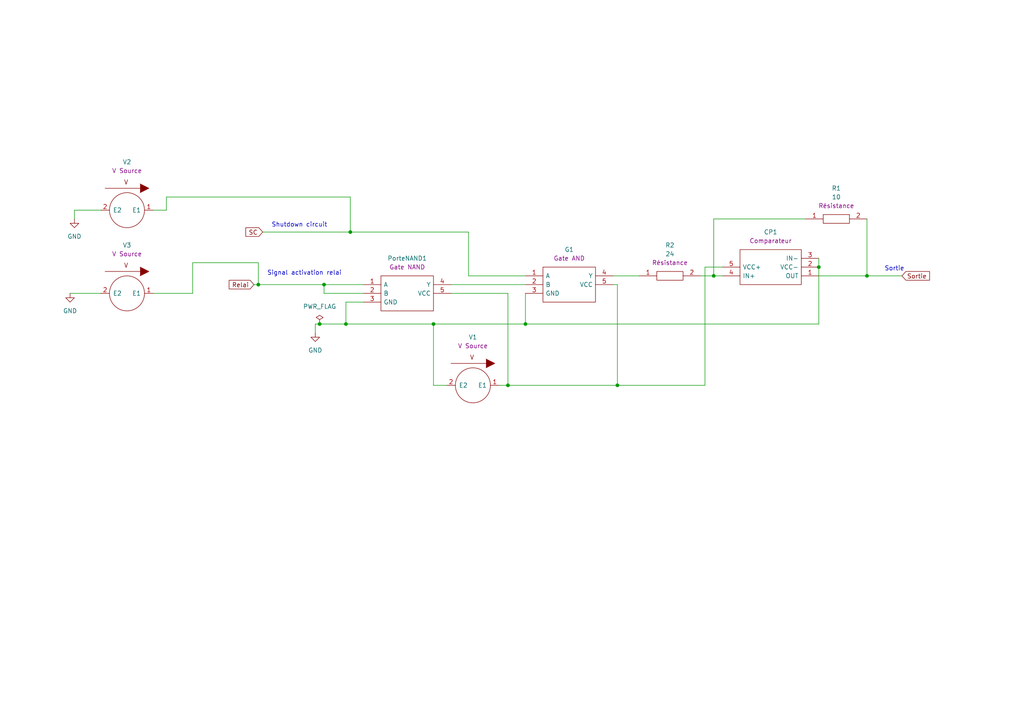
<source format=kicad_sch>
(kicad_sch (version 20230121) (generator eeschema)

  (uuid aef688cc-a50d-4496-8d50-e7a8695060e9)

  (paper "A4")

  (lib_symbols
    (symbol "EPSA_lib:Comparateur TS391ILT" (pin_names (offset 0.762)) (in_bom yes) (on_board yes)
      (property "Reference" "CP" (at 35.56 8.89 0)
        (effects (font (size 1.27 1.27)) (justify left))
      )
      (property "Value" "Comparateur TS391ILT" (at 35.56 6.35 0)
        (effects (font (size 1.27 1.27)) (justify left) hide)
      )
      (property "Footprint" "EPSA_lib:SOT95P280X145-5N" (at 35.56 3.81 0)
        (effects (font (size 1.27 1.27)) (justify left) hide)
      )
      (property "Datasheet" "http://www.st.com/st-web-ui/static/active/en/resource/technical/document/datasheet/CD00001660.pdf" (at 35.56 1.27 0)
        (effects (font (size 1.27 1.27)) (justify left) hide)
      )
      (property "Sim.Pins" "4=1 3=2 5=3 2=4 1=5" (at 53.34 11.43 0)
        (effects (font (size 1.27 1.27)) (justify left) hide)
      )
      (property "Sim.Device" "SPICE" (at 40.64 8.89 0)
        (effects (font (size 1.27 1.27)) (justify left) hide)
      )
      (property "Sim.Params" "type=\"X\" model=\"TS391\" lib=\"${EPSA}\\SpiceModel\\C_ts391.lib\"" (at 0 0 0)
        (effects (font (size 1.27 1.27)) hide)
      )
      (property "Description" "TS391ILT, Comparator Open Collector 0.3us 12 V, 15 V, 18 V, 24 V, 28 V, 3 V, 5 V, 9 V 5-Pin SOT-23" (at 35.56 -1.27 0)
        (effects (font (size 1.27 1.27)) (justify left) hide)
      )
      (property "Height" "1.45" (at 35.56 -3.81 0)
        (effects (font (size 1.27 1.27)) (justify left) hide)
      )
      (property "Manufacturer_Name" "STMicroelectronics" (at 35.56 -6.35 0)
        (effects (font (size 1.27 1.27)) (justify left) hide)
      )
      (property "Manufacturer_Part_Number" "TS391ILT" (at 35.56 -8.89 0)
        (effects (font (size 1.27 1.27)) (justify left) hide)
      )
      (property "Mouser Part Number" "511-TS391IL" (at 35.56 -11.43 0)
        (effects (font (size 1.27 1.27)) (justify left) hide)
      )
      (property "Mouser Price/Stock" "https://www.mouser.co.uk/ProductDetail/STMicroelectronics/TS391ILT?qs=P8h1tZw8GcB9GWR61XM17g%3D%3D" (at 35.56 -13.97 0)
        (effects (font (size 1.27 1.27)) (justify left) hide)
      )
      (property "Arrow Part Number" "TS391ILT" (at 35.56 -16.51 0)
        (effects (font (size 1.27 1.27)) (justify left) hide)
      )
      (property "Arrow Price/Stock" "https://www.arrow.com/en/products/ts391ilt/stmicroelectronics?region=europe" (at 35.56 -19.05 0)
        (effects (font (size 1.27 1.27)) (justify left) hide)
      )
      (property "Mouser Testing Part Number" "" (at 24.13 -22.86 0)
        (effects (font (size 1.27 1.27)) (justify left) hide)
      )
      (property "Mouser Testing Price/Stock" "" (at 24.13 -25.4 0)
        (effects (font (size 1.27 1.27)) (justify left) hide)
      )
      (property "Render Name" "Comparateur" (at 13.97 3.81 0)
        (effects (font (size 1.27 1.27)))
      )
      (property "ki_description" "TS391ILT, Comparator Open Collector 0.3us 12 V, 15 V, 18 V, 24 V, 28 V, 3 V, 5 V, 9 V 5-Pin SOT-23" (at 0 0 0)
        (effects (font (size 1.27 1.27)) hide)
      )
      (symbol "Comparateur TS391ILT_0_0"
        (pin passive line (at 0 0 0) (length 5.08)
          (name "OUT" (effects (font (size 1.27 1.27))))
          (number "1" (effects (font (size 1.27 1.27))))
        )
        (pin passive line (at 0 -2.54 0) (length 5.08)
          (name "VCC-" (effects (font (size 1.27 1.27))))
          (number "2" (effects (font (size 1.27 1.27))))
        )
        (pin passive line (at 0 -5.08 0) (length 5.08)
          (name "IN-" (effects (font (size 1.27 1.27))))
          (number "3" (effects (font (size 1.27 1.27))))
        )
        (pin passive line (at 27.94 0 180) (length 5.08)
          (name "IN+" (effects (font (size 1.27 1.27))))
          (number "4" (effects (font (size 1.27 1.27))))
        )
        (pin passive line (at 27.94 -2.54 180) (length 5.08)
          (name "VCC+" (effects (font (size 1.27 1.27))))
          (number "5" (effects (font (size 1.27 1.27))))
        )
      )
      (symbol "Comparateur TS391ILT_0_1"
        (polyline
          (pts
            (xy 5.08 2.54)
            (xy 22.86 2.54)
            (xy 22.86 -7.62)
            (xy 5.08 -7.62)
            (xy 5.08 2.54)
          )
          (stroke (width 0.1524) (type default))
          (fill (type none))
        )
      )
    )
    (symbol "EPSA_lib:Gate AND SN74AHCT1G08DBVR" (pin_names (offset 0.762)) (in_bom yes) (on_board yes)
      (property "Reference" "G" (at 34.29 8.89 0)
        (effects (font (size 1.27 1.27)) (justify left))
      )
      (property "Value" "Gate AND SN74AHCT1G08DBVR" (at 34.29 11.43 0)
        (effects (font (size 1.27 1.27)) (justify left) hide)
      )
      (property "Footprint" "EPSA_lib:SOT95P280X145-5N" (at 34.29 2.54 0)
        (effects (font (size 1.27 1.27)) (justify left) hide)
      )
      (property "Datasheet" "https://datasheet.datasheetarchive.com/originals/distributors/SFDatasheet-6/sf-000128638.pdf" (at 34.29 0 0)
        (effects (font (size 1.27 1.27)) (justify left) hide)
      )
      (property "Sim.Pins" "4=1 1=2 2=3 5=4 3=5" (at 44.45 8.89 0)
        (effects (font (size 1.27 1.27)) (justify left) hide)
      )
      (property "Sim.Device" "SPICE" (at 36.83 8.89 0)
        (effects (font (size 1.27 1.27)) (justify left) hide)
      )
      (property "Sim.Params" "type=\"X\" model=\"SN74AHC1G08\" lib=\"${EPSA}\\SpiceModel\\AND_SN74AHC1G08.lib\"" (at 0 0 0)
        (effects (font (size 1.27 1.27)) hide)
      )
      (property "Description" "SN74AHCT1G08DBVR, Logic Gate 2 Input AND, AHCT, 8mA 5V 5-Pin SOT-23" (at 34.29 -2.54 0)
        (effects (font (size 1.27 1.27)) (justify left) hide)
      )
      (property "Height" "1.45" (at 34.29 -5.08 0)
        (effects (font (size 1.27 1.27)) (justify left) hide)
      )
      (property "Manufacturer_Name" "Texas Instruments" (at 34.29 -7.62 0)
        (effects (font (size 1.27 1.27)) (justify left) hide)
      )
      (property "Manufacturer_Part_Number" "SN74AHCT1G08DBVR" (at 34.29 -10.16 0)
        (effects (font (size 1.27 1.27)) (justify left) hide)
      )
      (property "Mouser Part Number" "595-SN74AHCT1G08DBVR" (at 34.29 -12.7 0)
        (effects (font (size 1.27 1.27)) (justify left) hide)
      )
      (property "Mouser Price/Stock" "https://www.mouser.co.uk/ProductDetail/Texas-Instruments/SN74AHCT1G08DBVR?qs=8Pd2FuFSoMGY9AK%2Ftqwbcw%3D%3D" (at 34.29 -15.24 0)
        (effects (font (size 1.27 1.27)) (justify left) hide)
      )
      (property "Arrow Part Number" "SN74AHCT1G08DBVR" (at 34.29 -17.78 0)
        (effects (font (size 1.27 1.27)) (justify left) hide)
      )
      (property "Arrow Price/Stock" "https://www.arrow.com/en/products/sn74ahct1g08dbvr/texas-instruments?region=nac" (at 34.29 -20.32 0)
        (effects (font (size 1.27 1.27)) (justify left) hide)
      )
      (property "Mouser Testing Part Number" "" (at 21.59 -22.86 0)
        (effects (font (size 1.27 1.27)) (justify left) hide)
      )
      (property "Mouser Testing Price/Stock" "" (at 21.59 -25.4 0)
        (effects (font (size 1.27 1.27)) (justify left) hide)
      )
      (property "Render Name" "Gate AND" (at 12.7 3.81 0)
        (effects (font (size 1.27 1.27)))
      )
      (property "ki_description" "SN74AHCT1G08DBVR, Logic Gate 2 Input AND, AHCT, 8mA 5V 5-Pin SOT-23" (at 0 0 0)
        (effects (font (size 1.27 1.27)) hide)
      )
      (symbol "Gate AND SN74AHCT1G08DBVR_0_0"
        (pin passive line (at 0 0 0) (length 5.08)
          (name "A" (effects (font (size 1.27 1.27))))
          (number "1" (effects (font (size 1.27 1.27))))
        )
        (pin passive line (at 0 -2.54 0) (length 5.08)
          (name "B" (effects (font (size 1.27 1.27))))
          (number "2" (effects (font (size 1.27 1.27))))
        )
        (pin passive line (at 0 -5.08 0) (length 5.08)
          (name "GND" (effects (font (size 1.27 1.27))))
          (number "3" (effects (font (size 1.27 1.27))))
        )
        (pin passive line (at 25.4 0 180) (length 5.08)
          (name "Y" (effects (font (size 1.27 1.27))))
          (number "4" (effects (font (size 1.27 1.27))))
        )
        (pin passive line (at 25.4 -2.54 180) (length 5.08)
          (name "VCC" (effects (font (size 1.27 1.27))))
          (number "5" (effects (font (size 1.27 1.27))))
        )
      )
      (symbol "Gate AND SN74AHCT1G08DBVR_0_1"
        (polyline
          (pts
            (xy 5.08 2.54)
            (xy 20.32 2.54)
            (xy 20.32 -7.62)
            (xy 5.08 -7.62)
            (xy 5.08 2.54)
          )
          (stroke (width 0.1524) (type default))
          (fill (type none))
        )
      )
    )
    (symbol "EPSA_lib:Gate NAND SN74AHCT1G00DBVR" (pin_names (offset 0.762)) (in_bom yes) (on_board yes)
      (property "Reference" "G" (at 35.56 8.89 0)
        (effects (font (size 1.27 1.27)) (justify left))
      )
      (property "Value" "Gate NAND SN74AHCT1G00DBVR" (at 35.56 6.35 0)
        (effects (font (size 1.27 1.27)) (justify left) hide)
      )
      (property "Footprint" "EPSA_lib:SOT95P280X145-5N" (at 35.56 3.81 0)
        (effects (font (size 1.27 1.27)) (justify left) hide)
      )
      (property "Datasheet" "http://www.ti.com/lit/gpn/sn74ahct1g00" (at 35.56 1.27 0)
        (effects (font (size 1.27 1.27)) (justify left) hide)
      )
      (property "Sim.Pins" "4=1 1=2 2=3 5=4 3=5" (at 55.88 11.43 0)
        (effects (font (size 1.27 1.27)) (justify left) hide)
      )
      (property "Sim.Device" "SPICE" (at 39.37 8.89 0)
        (effects (font (size 1.27 1.27)) (justify left) hide)
      )
      (property "Sim.Params" "type=\"X\" model=\"SN74AHCT1G00\" lib=\"${EPSA}\\SpiceModel\\NAND_SN74AHCT1G00.lib\"" (at 0 0 0)
        (effects (font (size 1.27 1.27)) hide)
      )
      (property "Description" "Single 2-Input Positive-NAND Gate" (at 35.56 -1.27 0)
        (effects (font (size 1.27 1.27)) (justify left) hide)
      )
      (property "Height" "1.45" (at 35.56 -3.81 0)
        (effects (font (size 1.27 1.27)) (justify left) hide)
      )
      (property "Manufacturer_Name" "Texas Instruments" (at 35.56 -6.35 0)
        (effects (font (size 1.27 1.27)) (justify left) hide)
      )
      (property "Manufacturer_Part_Number" "SN74AHCT1G00DBVR" (at 35.56 -8.89 0)
        (effects (font (size 1.27 1.27)) (justify left) hide)
      )
      (property "Mouser Part Number" "595-SN74AHCT1G00DBVR" (at 35.56 -11.43 0)
        (effects (font (size 1.27 1.27)) (justify left) hide)
      )
      (property "Mouser Price/Stock" "https://www.mouser.co.uk/ProductDetail/Texas-Instruments/SN74AHCT1G00DBVR?qs=w32V8uFkMxnwwXcMH%2F61Dg%3D%3D" (at 35.56 -13.97 0)
        (effects (font (size 1.27 1.27)) (justify left) hide)
      )
      (property "Arrow Part Number" "SN74AHCT1G00DBVR" (at 35.56 -16.51 0)
        (effects (font (size 1.27 1.27)) (justify left) hide)
      )
      (property "Arrow Price/Stock" "https://www.arrow.com/en/products/sn74ahct1g00dbvr/texas-instruments" (at 35.56 -19.05 0)
        (effects (font (size 1.27 1.27)) (justify left) hide)
      )
      (property "Mouser Testing Part Number" "" (at 21.59 -22.86 0)
        (effects (font (size 1.27 1.27)) (justify left) hide)
      )
      (property "Mouser Testing Price/Stock" "" (at 21.59 -25.4 0)
        (effects (font (size 1.27 1.27)) (justify left) hide)
      )
      (property "Render Name" "Gate NAND" (at 12.7 3.81 0)
        (effects (font (size 1.27 1.27)))
      )
      (property "ki_description" "Single 2-Input Positive-NAND Gate" (at 0 0 0)
        (effects (font (size 1.27 1.27)) hide)
      )
      (symbol "Gate NAND SN74AHCT1G00DBVR_0_0"
        (pin passive line (at 0 0 0) (length 5.08)
          (name "A" (effects (font (size 1.27 1.27))))
          (number "1" (effects (font (size 1.27 1.27))))
        )
        (pin passive line (at 0 -2.54 0) (length 5.08)
          (name "B" (effects (font (size 1.27 1.27))))
          (number "2" (effects (font (size 1.27 1.27))))
        )
        (pin passive line (at 0 -5.08 0) (length 5.08)
          (name "GND" (effects (font (size 1.27 1.27))))
          (number "3" (effects (font (size 1.27 1.27))))
        )
        (pin passive line (at 25.4 0 180) (length 5.08)
          (name "Y" (effects (font (size 1.27 1.27))))
          (number "4" (effects (font (size 1.27 1.27))))
        )
        (pin passive line (at 25.4 -2.54 180) (length 5.08)
          (name "VCC" (effects (font (size 1.27 1.27))))
          (number "5" (effects (font (size 1.27 1.27))))
        )
      )
      (symbol "Gate NAND SN74AHCT1G00DBVR_0_1"
        (polyline
          (pts
            (xy 5.08 2.54)
            (xy 20.32 2.54)
            (xy 20.32 -7.62)
            (xy 5.08 -7.62)
            (xy 5.08 2.54)
          )
          (stroke (width 0.1524) (type default))
          (fill (type none))
        )
      )
    )
    (symbol "EPSA_lib:Résistance RK73H2BLTDD2152F" (pin_names (offset 0.762)) (in_bom yes) (on_board yes)
      (property "Reference" "R" (at 25.4 5.08 0)
        (effects (font (size 1.27 1.27)) (justify left))
      )
      (property "Value" "10" (at 7.62 0 0)
        (effects (font (size 1.27 1.27)) (justify left))
      )
      (property "Footprint" "EPSA_lib:RESC3216X70N" (at 25.4 0 0)
        (effects (font (size 1.27 1.27)) (justify left) hide)
      )
      (property "Datasheet" "http://www.koaspeer.com/catimages/Products/RK73H/RK73H.pdf" (at 25.4 -2.54 0)
        (effects (font (size 1.27 1.27)) (justify left) hide)
      )
      (property "Sim.Pins" "1=+ 2=-" (at 30.226 2.54 0)
        (effects (font (size 1.27 1.27)) hide)
      )
      (property "Sim.Device" "R" (at 25.4 5.08 0)
        (effects (font (size 1.27 1.27)) (justify left) hide)
      )
      (property "Description" "Thick Film Resistors - SMD" (at 25.4 -5.08 0)
        (effects (font (size 1.27 1.27)) (justify left) hide)
      )
      (property "Height" "0.7" (at 25.4 -7.62 0)
        (effects (font (size 1.27 1.27)) (justify left) hide)
      )
      (property "Manufacturer_Name" "KOA Speer" (at 25.4 -10.16 0)
        (effects (font (size 1.27 1.27)) (justify left) hide)
      )
      (property "Manufacturer_Part_Number" "RK73H2BLTDD2152F" (at 25.4 -12.7 0)
        (effects (font (size 1.27 1.27)) (justify left) hide)
      )
      (property "Mouser Part Number" "N/A" (at 25.4 -15.24 0)
        (effects (font (size 1.27 1.27)) (justify left) hide)
      )
      (property "Mouser Price/Stock" "https://www.mouser.co.uk/ProductDetail/KOA-Speer/RK73H2BLTDD2152F?qs=WeIALVmW3zmyxMFsjVzMRw%3D%3D" (at 25.4 -17.78 0)
        (effects (font (size 1.27 1.27)) (justify left) hide)
      )
      (property "Arrow Part Number" "" (at 13.97 -19.05 0)
        (effects (font (size 1.27 1.27)) (justify left) hide)
      )
      (property "Arrow Price/Stock" "" (at 13.97 -21.59 0)
        (effects (font (size 1.27 1.27)) (justify left) hide)
      )
      (property "Mouser Testing Part Number" "" (at 13.97 -24.13 0)
        (effects (font (size 1.27 1.27)) (justify left) hide)
      )
      (property "Mouser Testing Price/Stock" "" (at 13.97 -26.67 0)
        (effects (font (size 1.27 1.27)) (justify left) hide)
      )
      (property "Render Name" "Résistance" (at 8.89 2.54 0)
        (effects (font (size 1.27 1.27)))
      )
      (property "ki_description" "Thick Film Resistors - SMD" (at 0 0 0)
        (effects (font (size 1.27 1.27)) hide)
      )
      (symbol "Résistance RK73H2BLTDD2152F_0_0"
        (pin passive line (at 0 0 0) (length 5.08)
          (name "~" (effects (font (size 1.27 1.27))))
          (number "1" (effects (font (size 1.27 1.27))))
        )
        (pin passive line (at 17.78 0 180) (length 5.08)
          (name "~" (effects (font (size 1.27 1.27))))
          (number "2" (effects (font (size 1.27 1.27))))
        )
      )
      (symbol "Résistance RK73H2BLTDD2152F_0_1"
        (polyline
          (pts
            (xy 5.08 1.27)
            (xy 12.7 1.27)
            (xy 12.7 -1.27)
            (xy 5.08 -1.27)
            (xy 5.08 1.27)
          )
          (stroke (width 0.1524) (type default))
          (fill (type none))
        )
      )
    )
    (symbol "EPSA_lib:VSOURCE" (pin_names (offset 1.016)) (in_bom no) (on_board no)
      (property "Reference" "V" (at 8.89 12.7 0)
        (effects (font (size 1.27 1.27)))
      )
      (property "Value" "5" (at 11.43 7.62 0)
        (effects (font (size 1.27 1.27)) hide)
      )
      (property "Footprint" "" (at -1.27 0 90)
        (effects (font (size 1.27 1.27)) hide)
      )
      (property "Datasheet" "~" (at -1.27 0 90)
        (effects (font (size 1.27 1.27)) hide)
      )
      (property "Sim.Pins" "1=+ 2=-" (at 0 0 0)
        (effects (font (size 1.27 1.27)) hide)
      )
      (property "Sim.Type" "DC" (at 0 0 0)
        (effects (font (size 1.27 1.27)) hide)
      )
      (property "Sim.Device" "V" (at 8.89 12.7 0)
        (effects (font (size 1.27 1.27)) hide)
      )
      (property "Render Name" "V Source" (at -1.27 10.16 0)
        (effects (font (size 1.27 1.27)))
      )
      (property "ki_keywords" "simulation" (at 0 0 0)
        (effects (font (size 1.27 1.27)) hide)
      )
      (property "ki_description" "Voltage source symbol for simulation only" (at 0 0 0)
        (effects (font (size 1.27 1.27)) hide)
      )
      (symbol "VSOURCE_0_1"
        (circle (center -1.27 0) (radius 5.08)
          (stroke (width 0) (type default))
          (fill (type none))
        )
        (polyline
          (pts
            (xy -7.62 6.35)
            (xy 2.54 6.35)
          )
          (stroke (width 0) (type default))
          (fill (type outline))
        )
        (polyline
          (pts
            (xy 2.54 7.62)
            (xy 5.08 6.35)
            (xy 2.54 5.08)
          )
          (stroke (width 0) (type default))
          (fill (type outline))
        )
        (text "V" (at -1.524 8.128 0)
          (effects (font (size 1.27 1.27)))
        )
      )
      (symbol "VSOURCE_1_1"
        (pin input line (at 6.35 0 180) (length 2.54)
          (name "E1" (effects (font (size 1.27 1.27))))
          (number "1" (effects (font (size 1.27 1.27))))
        )
        (pin input line (at -8.89 0 0) (length 2.54)
          (name "E2" (effects (font (size 1.27 1.27))))
          (number "2" (effects (font (size 1.27 1.27))))
        )
      )
    )
    (symbol "power:GND" (power) (pin_names (offset 0)) (in_bom yes) (on_board yes)
      (property "Reference" "#PWR" (at 0 -6.35 0)
        (effects (font (size 1.27 1.27)) hide)
      )
      (property "Value" "GND" (at 0 -3.81 0)
        (effects (font (size 1.27 1.27)))
      )
      (property "Footprint" "" (at 0 0 0)
        (effects (font (size 1.27 1.27)) hide)
      )
      (property "Datasheet" "" (at 0 0 0)
        (effects (font (size 1.27 1.27)) hide)
      )
      (property "ki_keywords" "global power" (at 0 0 0)
        (effects (font (size 1.27 1.27)) hide)
      )
      (property "ki_description" "Power symbol creates a global label with name \"GND\" , ground" (at 0 0 0)
        (effects (font (size 1.27 1.27)) hide)
      )
      (symbol "GND_0_1"
        (polyline
          (pts
            (xy 0 0)
            (xy 0 -1.27)
            (xy 1.27 -1.27)
            (xy 0 -2.54)
            (xy -1.27 -1.27)
            (xy 0 -1.27)
          )
          (stroke (width 0) (type default))
          (fill (type none))
        )
      )
      (symbol "GND_1_1"
        (pin power_in line (at 0 0 270) (length 0) hide
          (name "GND" (effects (font (size 1.27 1.27))))
          (number "1" (effects (font (size 1.27 1.27))))
        )
      )
    )
    (symbol "power:PWR_FLAG" (power) (pin_numbers hide) (pin_names (offset 0) hide) (in_bom yes) (on_board yes)
      (property "Reference" "#FLG" (at 0 1.905 0)
        (effects (font (size 1.27 1.27)) hide)
      )
      (property "Value" "PWR_FLAG" (at 0 3.81 0)
        (effects (font (size 1.27 1.27)))
      )
      (property "Footprint" "" (at 0 0 0)
        (effects (font (size 1.27 1.27)) hide)
      )
      (property "Datasheet" "~" (at 0 0 0)
        (effects (font (size 1.27 1.27)) hide)
      )
      (property "ki_keywords" "flag power" (at 0 0 0)
        (effects (font (size 1.27 1.27)) hide)
      )
      (property "ki_description" "Special symbol for telling ERC where power comes from" (at 0 0 0)
        (effects (font (size 1.27 1.27)) hide)
      )
      (symbol "PWR_FLAG_0_0"
        (pin power_out line (at 0 0 90) (length 0)
          (name "pwr" (effects (font (size 1.27 1.27))))
          (number "1" (effects (font (size 1.27 1.27))))
        )
      )
      (symbol "PWR_FLAG_0_1"
        (polyline
          (pts
            (xy 0 0)
            (xy 0 1.27)
            (xy -1.016 1.905)
            (xy 0 2.54)
            (xy 1.016 1.905)
            (xy 0 1.27)
          )
          (stroke (width 0) (type default))
          (fill (type none))
        )
      )
    )
  )

  (junction (at 125.73 93.98) (diameter 0) (color 0 0 0 0)
    (uuid 009036df-dae1-4cac-bdab-b2ad26f8fd49)
  )
  (junction (at 237.49 77.47) (diameter 0) (color 0 0 0 0)
    (uuid 3ea48716-5a8c-44fe-a073-653d77fae042)
  )
  (junction (at 251.46 80.01) (diameter 0) (color 0 0 0 0)
    (uuid 70e8f25b-a718-41cc-b0be-df48f3e43dec)
  )
  (junction (at 179.07 111.76) (diameter 0) (color 0 0 0 0)
    (uuid 84324606-5cbf-4587-8e25-d1083e5a9375)
  )
  (junction (at 93.98 82.55) (diameter 0) (color 0 0 0 0)
    (uuid 9f037e49-3e0b-4b92-b6a4-49ebb07e65be)
  )
  (junction (at 74.93 82.55) (diameter 0) (color 0 0 0 0)
    (uuid a510d600-3327-434d-b278-0b2cb5807a04)
  )
  (junction (at 147.32 111.76) (diameter 0) (color 0 0 0 0)
    (uuid a8db350f-30a1-4f86-853f-8dbbe538da6e)
  )
  (junction (at 92.71 93.98) (diameter 0) (color 0 0 0 0)
    (uuid abf9982f-3bda-42e7-b9ee-310b2fa78763)
  )
  (junction (at 101.6 67.31) (diameter 0) (color 0 0 0 0)
    (uuid b289a7a8-137e-4ef7-90e6-31928a7b1f7a)
  )
  (junction (at 207.01 80.01) (diameter 0) (color 0 0 0 0)
    (uuid b6f42aeb-61b4-4728-8d0c-5f94883a3489)
  )
  (junction (at 100.33 93.98) (diameter 0) (color 0 0 0 0)
    (uuid b989ed52-1359-4110-9020-d8f1f6c47453)
  )
  (junction (at 152.4 93.98) (diameter 0) (color 0 0 0 0)
    (uuid c13ba56e-ad8d-4a7c-bce8-652738b2fc08)
  )

  (wire (pts (xy 101.6 67.31) (xy 135.89 67.31))
    (stroke (width 0) (type default))
    (uuid 00471f12-3c6c-45ff-97e5-b0699d34c32a)
  )
  (wire (pts (xy 207.01 63.5) (xy 233.68 63.5))
    (stroke (width 0) (type default))
    (uuid 02fc22fa-2516-4d97-94e9-c80343e93688)
  )
  (wire (pts (xy 130.81 82.55) (xy 152.4 82.55))
    (stroke (width 0) (type default))
    (uuid 10274aa7-229d-4ab0-a153-84e387be1d2d)
  )
  (wire (pts (xy 101.6 57.15) (xy 101.6 67.31))
    (stroke (width 0) (type default))
    (uuid 105a5351-023d-4576-81cc-65d65dc20421)
  )
  (wire (pts (xy 204.47 77.47) (xy 204.47 111.76))
    (stroke (width 0) (type default))
    (uuid 1c38961a-8c87-4a97-98a4-e50c6db11b20)
  )
  (wire (pts (xy 207.01 80.01) (xy 207.01 63.5))
    (stroke (width 0) (type default))
    (uuid 1c3f98a5-e2c3-4186-b4b6-d6469cb789f7)
  )
  (wire (pts (xy 73.66 82.55) (xy 74.93 82.55))
    (stroke (width 0) (type default))
    (uuid 1d3f82a5-4ec1-418c-8ffe-51768366871e)
  )
  (wire (pts (xy 177.8 80.01) (xy 185.42 80.01))
    (stroke (width 0) (type default))
    (uuid 226d70d9-eaa7-45b5-9f60-318e538600fd)
  )
  (wire (pts (xy 237.49 77.47) (xy 237.49 93.98))
    (stroke (width 0) (type default))
    (uuid 23663891-adc2-46ab-b6f9-1025d99c36bc)
  )
  (wire (pts (xy 147.32 111.76) (xy 179.07 111.76))
    (stroke (width 0) (type default))
    (uuid 29be02ec-04f6-4c30-8890-867b8c80fb34)
  )
  (wire (pts (xy 44.45 60.96) (xy 48.26 60.96))
    (stroke (width 0) (type default))
    (uuid 30743cdf-63f7-4d70-b80c-ce64b9845a9b)
  )
  (wire (pts (xy 209.55 77.47) (xy 204.47 77.47))
    (stroke (width 0) (type default))
    (uuid 31391a95-d0ea-403e-a09d-e742b286bb28)
  )
  (wire (pts (xy 125.73 93.98) (xy 152.4 93.98))
    (stroke (width 0) (type default))
    (uuid 34e87767-28fa-4315-85e9-52cd2f833c53)
  )
  (wire (pts (xy 130.81 85.09) (xy 147.32 85.09))
    (stroke (width 0) (type default))
    (uuid 36723e00-6dea-4f04-b3d7-a8d566088c7d)
  )
  (wire (pts (xy 237.49 80.01) (xy 251.46 80.01))
    (stroke (width 0) (type default))
    (uuid 445620ee-f17e-4e04-8e78-81eb84ae0232)
  )
  (wire (pts (xy 55.88 76.2) (xy 55.88 85.09))
    (stroke (width 0) (type default))
    (uuid 488114c9-8f95-4dfa-a4c3-046bf96af64f)
  )
  (wire (pts (xy 92.71 93.98) (xy 100.33 93.98))
    (stroke (width 0) (type default))
    (uuid 50f84f3a-af72-41f0-8af1-3ce0c2f583bc)
  )
  (wire (pts (xy 125.73 111.76) (xy 129.54 111.76))
    (stroke (width 0) (type default))
    (uuid 5cb4ae06-6db5-406b-b1b9-12a8283faece)
  )
  (wire (pts (xy 55.88 76.2) (xy 74.93 76.2))
    (stroke (width 0) (type default))
    (uuid 61d5b859-10f2-455f-8266-b08a1afcfe9c)
  )
  (wire (pts (xy 204.47 111.76) (xy 179.07 111.76))
    (stroke (width 0) (type default))
    (uuid 71c93bb5-86cd-44bf-a91e-b5f05eda959c)
  )
  (wire (pts (xy 179.07 111.76) (xy 179.07 82.55))
    (stroke (width 0) (type default))
    (uuid 72aadebe-c1a9-4a06-be99-e4e92dc286db)
  )
  (wire (pts (xy 135.89 80.01) (xy 152.4 80.01))
    (stroke (width 0) (type default))
    (uuid 749e911a-68c5-43f5-8dc4-dc8dc0d90f03)
  )
  (wire (pts (xy 76.2 67.31) (xy 101.6 67.31))
    (stroke (width 0) (type default))
    (uuid 759b26f5-32c0-403f-8f87-d0ddff505f8f)
  )
  (wire (pts (xy 100.33 87.63) (xy 105.41 87.63))
    (stroke (width 0) (type default))
    (uuid 77b1acad-6bd0-4527-99a4-286cef9d3a9c)
  )
  (wire (pts (xy 93.98 82.55) (xy 93.98 85.09))
    (stroke (width 0) (type default))
    (uuid 7905a349-02bc-478c-9cbe-8f630587608d)
  )
  (wire (pts (xy 44.45 85.09) (xy 55.88 85.09))
    (stroke (width 0) (type default))
    (uuid 7e7c4574-b124-4b99-a88a-0aecbe1fc9c0)
  )
  (wire (pts (xy 152.4 93.98) (xy 237.49 93.98))
    (stroke (width 0) (type default))
    (uuid 82239ea3-41ed-4867-b2f8-980fd2c9dea3)
  )
  (wire (pts (xy 74.93 76.2) (xy 74.93 82.55))
    (stroke (width 0) (type default))
    (uuid 82851c8e-2eb2-4230-a9f7-b102cc789431)
  )
  (wire (pts (xy 93.98 85.09) (xy 105.41 85.09))
    (stroke (width 0) (type default))
    (uuid 884c8873-56fb-43a9-9305-3cbf452df645)
  )
  (wire (pts (xy 100.33 93.98) (xy 125.73 93.98))
    (stroke (width 0) (type default))
    (uuid 8f8c06dd-670f-4942-bfd0-d36ed226f837)
  )
  (wire (pts (xy 20.32 85.09) (xy 29.21 85.09))
    (stroke (width 0) (type default))
    (uuid 925c44b4-0e0e-4f5c-a81b-bdb4fe826809)
  )
  (wire (pts (xy 21.59 60.96) (xy 21.59 63.5))
    (stroke (width 0) (type default))
    (uuid 98d54422-b468-4910-9a23-a92ea202041b)
  )
  (wire (pts (xy 207.01 80.01) (xy 209.55 80.01))
    (stroke (width 0) (type default))
    (uuid a891c71f-ed26-45ad-8ab8-48dda5f80a86)
  )
  (wire (pts (xy 179.07 82.55) (xy 177.8 82.55))
    (stroke (width 0) (type default))
    (uuid a97d278a-198b-48df-baaf-1df00b69f22e)
  )
  (wire (pts (xy 251.46 80.01) (xy 261.62 80.01))
    (stroke (width 0) (type default))
    (uuid abc4c091-ede8-40ec-9cc9-31c42793f5da)
  )
  (wire (pts (xy 125.73 93.98) (xy 125.73 111.76))
    (stroke (width 0) (type default))
    (uuid bbb070a7-c5af-46dc-9ffb-2d5fe0e7dd1c)
  )
  (wire (pts (xy 135.89 67.31) (xy 135.89 80.01))
    (stroke (width 0) (type default))
    (uuid c3e430c7-f803-488d-bb5c-db85ea740c67)
  )
  (wire (pts (xy 29.21 60.96) (xy 21.59 60.96))
    (stroke (width 0) (type default))
    (uuid c8a4a511-6039-4747-b805-fd680e07956d)
  )
  (wire (pts (xy 147.32 85.09) (xy 147.32 111.76))
    (stroke (width 0) (type default))
    (uuid c9ee2118-9d83-4a03-81df-3b62b30a6b87)
  )
  (wire (pts (xy 93.98 82.55) (xy 105.41 82.55))
    (stroke (width 0) (type default))
    (uuid ca6f75f7-735f-4f24-bbdc-1dfc24778bce)
  )
  (wire (pts (xy 203.2 80.01) (xy 207.01 80.01))
    (stroke (width 0) (type default))
    (uuid d0ce6fe5-8d0e-4672-bae8-1a56b127ca12)
  )
  (wire (pts (xy 48.26 57.15) (xy 101.6 57.15))
    (stroke (width 0) (type default))
    (uuid d2cd5344-7862-4ec1-8d18-7c9ddcb1f2ce)
  )
  (wire (pts (xy 74.93 82.55) (xy 93.98 82.55))
    (stroke (width 0) (type default))
    (uuid d325add5-cb53-49f8-9be1-5152bf4843c9)
  )
  (wire (pts (xy 91.44 93.98) (xy 92.71 93.98))
    (stroke (width 0) (type default))
    (uuid e8c70ab3-7b5b-4543-b0fa-502fc606dff2)
  )
  (wire (pts (xy 251.46 63.5) (xy 251.46 80.01))
    (stroke (width 0) (type default))
    (uuid ea7aa81d-af65-416d-ace4-26ec6e0e6b9e)
  )
  (wire (pts (xy 48.26 60.96) (xy 48.26 57.15))
    (stroke (width 0) (type default))
    (uuid ec858680-7660-46d0-b2ee-d28d14120a83)
  )
  (wire (pts (xy 237.49 74.93) (xy 237.49 77.47))
    (stroke (width 0) (type default))
    (uuid ed4638d9-9cf3-44a7-b73e-d904d2458e38)
  )
  (wire (pts (xy 144.78 111.76) (xy 147.32 111.76))
    (stroke (width 0) (type default))
    (uuid ee54239e-7e85-4709-9f91-4c12ffaa572f)
  )
  (wire (pts (xy 100.33 87.63) (xy 100.33 93.98))
    (stroke (width 0) (type default))
    (uuid ee724b0e-f275-4d4d-b93e-271f2000e2e7)
  )
  (wire (pts (xy 91.44 93.98) (xy 91.44 96.52))
    (stroke (width 0) (type default))
    (uuid f633e93b-da5a-4f0f-8530-7aa672d3a740)
  )
  (wire (pts (xy 152.4 85.09) (xy 152.4 93.98))
    (stroke (width 0) (type default))
    (uuid ff0e0845-eb66-4713-b419-5fbcaec33146)
  )

  (text "Signal activation relai\n" (at 77.47 80.01 0)
    (effects (font (size 1.27 1.27)) (justify left bottom))
    (uuid 53cb3a97-2df8-42e6-9fbd-4d3bcf1166b2)
  )
  (text "Shutdown circuit\n" (at 78.74 66.04 0)
    (effects (font (size 1.27 1.27)) (justify left bottom))
    (uuid 7e198733-ade1-42e1-8ac7-6d796a97dacc)
  )
  (text "Sortie\n" (at 256.54 78.74 0)
    (effects (font (size 1.27 1.27)) (justify left bottom))
    (uuid f5489579-e6de-48c9-9091-659bc60fa23a)
  )

  (global_label "Sortie" (shape input) (at 261.62 80.01 0) (fields_autoplaced)
    (effects (font (size 1.27 1.27)) (justify left))
    (uuid 0e73f4bc-e465-4160-b706-f82ce95e5fb9)
    (property "Intersheetrefs" "${INTERSHEET_REFS}" (at 270.169 80.01 0)
      (effects (font (size 1.27 1.27)) (justify left) hide)
    )
  )
  (global_label "SC" (shape input) (at 76.2 67.31 180) (fields_autoplaced)
    (effects (font (size 1.27 1.27)) (justify right))
    (uuid 4a12c36b-7ed6-48a8-90d0-c2a62d2f75e6)
    (property "Intersheetrefs" "${INTERSHEET_REFS}" (at 70.7353 67.31 0)
      (effects (font (size 1.27 1.27)) (justify right) hide)
    )
  )
  (global_label "Relai" (shape input) (at 73.66 82.55 180) (fields_autoplaced)
    (effects (font (size 1.27 1.27)) (justify right))
    (uuid a87db132-99f4-42b0-90bc-134038d1065a)
    (property "Intersheetrefs" "${INTERSHEET_REFS}" (at 65.8972 82.55 0)
      (effects (font (size 1.27 1.27)) (justify right) hide)
    )
  )

  (symbol (lib_id "power:GND") (at 20.32 85.09 0) (unit 1)
    (in_bom yes) (on_board yes) (dnp no) (fields_autoplaced)
    (uuid 115aa2e5-ef1b-44fe-af09-83fd11f161ed)
    (property "Reference" "#PWR04" (at 20.32 91.44 0)
      (effects (font (size 1.27 1.27)) hide)
    )
    (property "Value" "GND" (at 20.32 90.17 0)
      (effects (font (size 1.27 1.27)))
    )
    (property "Footprint" "" (at 20.32 85.09 0)
      (effects (font (size 1.27 1.27)) hide)
    )
    (property "Datasheet" "" (at 20.32 85.09 0)
      (effects (font (size 1.27 1.27)) hide)
    )
    (pin "1" (uuid 9e8540c7-6a74-459c-832b-2aed0f3d8d7a))
    (instances
      (project "Carte controle du relai de décharge"
        (path "/aef688cc-a50d-4496-8d50-e7a8695060e9"
          (reference "#PWR04") (unit 1)
        )
      )
    )
  )

  (symbol (lib_id "EPSA_lib:Comparateur TS391ILT") (at 237.49 80.01 180) (unit 1)
    (in_bom yes) (on_board yes) (dnp no) (fields_autoplaced)
    (uuid 1c5a7bc0-00a4-49e9-9c68-3c2874b52d54)
    (property "Reference" "CP1" (at 223.52 67.31 0)
      (effects (font (size 1.27 1.27)))
    )
    (property "Value" "Comparateur TS391ILT" (at 201.93 86.36 0)
      (effects (font (size 1.27 1.27)) (justify left) hide)
    )
    (property "Footprint" "EPSA_lib:SOT95P280X145-5N" (at 201.93 83.82 0)
      (effects (font (size 1.27 1.27)) (justify left) hide)
    )
    (property "Datasheet" "http://www.st.com/st-web-ui/static/active/en/resource/technical/document/datasheet/CD00001660.pdf" (at 201.93 81.28 0)
      (effects (font (size 1.27 1.27)) (justify left) hide)
    )
    (property "Sim.Pins" "4=1 3=2 5=3 2=4 1=5" (at 184.15 91.44 0)
      (effects (font (size 1.27 1.27)) (justify left) hide)
    )
    (property "Sim.Device" "SPICE" (at 196.85 88.9 0)
      (effects (font (size 1.27 1.27)) (justify left) hide)
    )
    (property "Sim.Params" "type=\"X\" model=\"TS391\" lib=\"${EPSA_lib}\\SpiceModel\\C_ts391.lib\"" (at 237.49 80.01 0)
      (effects (font (size 1.27 1.27)) hide)
    )
    (property "Description" "TS391ILT, Comparator Open Collector 0.3us 12 V, 15 V, 18 V, 24 V, 28 V, 3 V, 5 V, 9 V 5-Pin SOT-23" (at 201.93 78.74 0)
      (effects (font (size 1.27 1.27)) (justify left) hide)
    )
    (property "Height" "1.45" (at 201.93 76.2 0)
      (effects (font (size 1.27 1.27)) (justify left) hide)
    )
    (property "Manufacturer_Name" "STMicroelectronics" (at 201.93 73.66 0)
      (effects (font (size 1.27 1.27)) (justify left) hide)
    )
    (property "Manufacturer_Part_Number" "TS391ILT" (at 201.93 71.12 0)
      (effects (font (size 1.27 1.27)) (justify left) hide)
    )
    (property "Mouser Part Number" "511-TS391IL" (at 201.93 68.58 0)
      (effects (font (size 1.27 1.27)) (justify left) hide)
    )
    (property "Mouser Price/Stock" "https://www.mouser.co.uk/ProductDetail/STMicroelectronics/TS391ILT?qs=P8h1tZw8GcB9GWR61XM17g%3D%3D" (at 201.93 66.04 0)
      (effects (font (size 1.27 1.27)) (justify left) hide)
    )
    (property "Arrow Part Number" "TS391ILT" (at 201.93 63.5 0)
      (effects (font (size 1.27 1.27)) (justify left) hide)
    )
    (property "Arrow Price/Stock" "https://www.arrow.com/en/products/ts391ilt/stmicroelectronics?region=europe" (at 201.93 60.96 0)
      (effects (font (size 1.27 1.27)) (justify left) hide)
    )
    (property "Mouser Testing Part Number" "" (at 213.36 57.15 0)
      (effects (font (size 1.27 1.27)) (justify left) hide)
    )
    (property "Mouser Testing Price/Stock" "" (at 213.36 54.61 0)
      (effects (font (size 1.27 1.27)) (justify left) hide)
    )
    (property "Render Name" "Comparateur" (at 223.52 69.85 0)
      (effects (font (size 1.27 1.27)))
    )
    (pin "1" (uuid 16c61f5d-e93b-43e1-a29b-6705bd336fb4))
    (pin "2" (uuid a4aea98e-1b0b-4b68-8a88-47ad7b9b72d2))
    (pin "3" (uuid cecd015f-8c61-441e-927a-9d8af95affba))
    (pin "4" (uuid ef5d7bd5-e384-4ac6-b808-09e465fd0ff9))
    (pin "5" (uuid ef2d5490-297b-4695-b982-5529f155a4e1))
    (instances
      (project "Carte controle du relai de décharge"
        (path "/aef688cc-a50d-4496-8d50-e7a8695060e9"
          (reference "CP1") (unit 1)
        )
      )
    )
  )

  (symbol (lib_id "EPSA_lib:Résistance RK73H2BLTDD2152F") (at 233.68 63.5 0) (unit 1)
    (in_bom yes) (on_board yes) (dnp no) (fields_autoplaced)
    (uuid 2b61a6c8-7bb3-41ca-bb01-f7c002612c28)
    (property "Reference" "R1" (at 242.57 54.61 0)
      (effects (font (size 1.27 1.27)))
    )
    (property "Value" "10" (at 242.57 57.15 0)
      (effects (font (size 1.27 1.27)))
    )
    (property "Footprint" "EPSA_lib:RESC3216X70N" (at 259.08 63.5 0)
      (effects (font (size 1.27 1.27)) (justify left) hide)
    )
    (property "Datasheet" "http://www.koaspeer.com/catimages/Products/RK73H/RK73H.pdf" (at 259.08 66.04 0)
      (effects (font (size 1.27 1.27)) (justify left) hide)
    )
    (property "Sim.Pins" "1=+ 2=-" (at 263.906 60.96 0)
      (effects (font (size 1.27 1.27)) hide)
    )
    (property "Sim.Device" "R" (at 259.08 58.42 0)
      (effects (font (size 1.27 1.27)) (justify left) hide)
    )
    (property "Description" "Thick Film Resistors - SMD" (at 259.08 68.58 0)
      (effects (font (size 1.27 1.27)) (justify left) hide)
    )
    (property "Height" "0.7" (at 259.08 71.12 0)
      (effects (font (size 1.27 1.27)) (justify left) hide)
    )
    (property "Manufacturer_Name" "KOA Speer" (at 259.08 73.66 0)
      (effects (font (size 1.27 1.27)) (justify left) hide)
    )
    (property "Manufacturer_Part_Number" "RK73H2BLTDD2152F" (at 259.08 76.2 0)
      (effects (font (size 1.27 1.27)) (justify left) hide)
    )
    (property "Mouser Part Number" "N/A" (at 259.08 78.74 0)
      (effects (font (size 1.27 1.27)) (justify left) hide)
    )
    (property "Mouser Price/Stock" "https://www.mouser.co.uk/ProductDetail/KOA-Speer/RK73H2BLTDD2152F?qs=WeIALVmW3zmyxMFsjVzMRw%3D%3D" (at 259.08 81.28 0)
      (effects (font (size 1.27 1.27)) (justify left) hide)
    )
    (property "Arrow Part Number" "" (at 247.65 82.55 0)
      (effects (font (size 1.27 1.27)) (justify left) hide)
    )
    (property "Arrow Price/Stock" "" (at 247.65 85.09 0)
      (effects (font (size 1.27 1.27)) (justify left) hide)
    )
    (property "Mouser Testing Part Number" "" (at 247.65 87.63 0)
      (effects (font (size 1.27 1.27)) (justify left) hide)
    )
    (property "Mouser Testing Price/Stock" "" (at 247.65 90.17 0)
      (effects (font (size 1.27 1.27)) (justify left) hide)
    )
    (property "Render Name" "Résistance" (at 242.57 59.69 0)
      (effects (font (size 1.27 1.27)))
    )
    (pin "1" (uuid 03d2018a-bda4-40af-8b32-b1ea80ff244f))
    (pin "2" (uuid 33eeb7ce-114c-41eb-8380-4f5d8c521fc2))
    (instances
      (project "Carte controle du relai de décharge"
        (path "/aef688cc-a50d-4496-8d50-e7a8695060e9"
          (reference "R1") (unit 1)
        )
      )
    )
  )

  (symbol (lib_id "EPSA_lib:Gate AND SN74AHCT1G08DBVR") (at 152.4 80.01 0) (unit 1)
    (in_bom yes) (on_board yes) (dnp no) (fields_autoplaced)
    (uuid 330ce99e-c0df-4b23-a37a-0bba664760df)
    (property "Reference" "G1" (at 165.1 72.39 0)
      (effects (font (size 1.27 1.27)))
    )
    (property "Value" "Gate AND SN74AHCT1G08DBVR" (at 186.69 68.58 0)
      (effects (font (size 1.27 1.27)) (justify left) hide)
    )
    (property "Footprint" "EPSA_lib:SOT95P280X145-5N" (at 186.69 77.47 0)
      (effects (font (size 1.27 1.27)) (justify left) hide)
    )
    (property "Datasheet" "https://datasheet.datasheetarchive.com/originals/distributors/SFDatasheet-6/sf-000128638.pdf" (at 186.69 80.01 0)
      (effects (font (size 1.27 1.27)) (justify left) hide)
    )
    (property "Sim.Pins" "4=1 1=2 2=3 5=4 3=5" (at 196.85 71.12 0)
      (effects (font (size 1.27 1.27)) (justify left) hide)
    )
    (property "Sim.Device" "SPICE" (at 189.23 71.12 0)
      (effects (font (size 1.27 1.27)) (justify left) hide)
    )
    (property "Sim.Params" "type=\"X\" model=\"SN74AHC1G08\" lib=\"${EPSA_lib}\\SpiceModel\\AND_SN74AHC1G08.lib\"" (at 152.4 80.01 0)
      (effects (font (size 1.27 1.27)) hide)
    )
    (property "Description" "SN74AHCT1G08DBVR, Logic Gate 2 Input AND, AHCT, 8mA 5V 5-Pin SOT-23" (at 186.69 82.55 0)
      (effects (font (size 1.27 1.27)) (justify left) hide)
    )
    (property "Height" "1.45" (at 186.69 85.09 0)
      (effects (font (size 1.27 1.27)) (justify left) hide)
    )
    (property "Manufacturer_Name" "Texas Instruments" (at 186.69 87.63 0)
      (effects (font (size 1.27 1.27)) (justify left) hide)
    )
    (property "Manufacturer_Part_Number" "SN74AHCT1G08DBVR" (at 186.69 90.17 0)
      (effects (font (size 1.27 1.27)) (justify left) hide)
    )
    (property "Mouser Part Number" "595-SN74AHCT1G08DBVR" (at 186.69 92.71 0)
      (effects (font (size 1.27 1.27)) (justify left) hide)
    )
    (property "Mouser Price/Stock" "https://www.mouser.co.uk/ProductDetail/Texas-Instruments/SN74AHCT1G08DBVR?qs=8Pd2FuFSoMGY9AK%2Ftqwbcw%3D%3D" (at 186.69 95.25 0)
      (effects (font (size 1.27 1.27)) (justify left) hide)
    )
    (property "Arrow Part Number" "SN74AHCT1G08DBVR" (at 186.69 97.79 0)
      (effects (font (size 1.27 1.27)) (justify left) hide)
    )
    (property "Arrow Price/Stock" "https://www.arrow.com/en/products/sn74ahct1g08dbvr/texas-instruments?region=nac" (at 186.69 100.33 0)
      (effects (font (size 1.27 1.27)) (justify left) hide)
    )
    (property "Mouser Testing Part Number" "" (at 173.99 102.87 0)
      (effects (font (size 1.27 1.27)) (justify left) hide)
    )
    (property "Mouser Testing Price/Stock" "" (at 173.99 105.41 0)
      (effects (font (size 1.27 1.27)) (justify left) hide)
    )
    (property "Render Name" "Gate AND" (at 165.1 74.93 0)
      (effects (font (size 1.27 1.27)))
    )
    (pin "1" (uuid 7619f270-3e48-400e-a427-5b3e577c5fc4))
    (pin "2" (uuid c0316652-b668-4147-aad0-4a2b68558c16))
    (pin "3" (uuid b979e0d5-63e4-4386-8976-266bf6d7ae87))
    (pin "4" (uuid 76329515-ff77-49c3-a356-94911a1a3c21))
    (pin "5" (uuid a4a81e0e-c1e7-449e-afc6-9ffed69de2fe))
    (instances
      (project "Carte controle du relai de décharge"
        (path "/aef688cc-a50d-4496-8d50-e7a8695060e9"
          (reference "G1") (unit 1)
        )
      )
    )
  )

  (symbol (lib_id "EPSA_lib:VSOURCE") (at 138.43 111.76 0) (unit 1)
    (in_bom no) (on_board no) (dnp no) (fields_autoplaced)
    (uuid 360c95fb-b782-4afa-9218-a591a3bad8fd)
    (property "Reference" "V1" (at 137.16 97.79 0)
      (effects (font (size 1.27 1.27)))
    )
    (property "Value" "5" (at 149.86 104.14 0)
      (effects (font (size 1.27 1.27)) hide)
    )
    (property "Footprint" "" (at 137.16 111.76 90)
      (effects (font (size 1.27 1.27)) hide)
    )
    (property "Datasheet" "~" (at 137.16 111.76 90)
      (effects (font (size 1.27 1.27)) hide)
    )
    (property "Sim.Pins" "1=+ 2=-" (at 138.43 111.76 0)
      (effects (font (size 1.27 1.27)) hide)
    )
    (property "Sim.Type" "DC" (at 138.43 111.76 0)
      (effects (font (size 1.27 1.27)) hide)
    )
    (property "Sim.Device" "V" (at 147.32 99.06 0)
      (effects (font (size 1.27 1.27)) hide)
    )
    (property "Render Name" "V Source" (at 137.16 100.33 0)
      (effects (font (size 1.27 1.27)))
    )
    (pin "1" (uuid 315bcfb3-2397-4121-8cc9-0d08007a8e87))
    (pin "2" (uuid 4de11810-ee40-41e9-9f50-5f24d75e7124))
    (instances
      (project "Carte controle du relai de décharge"
        (path "/aef688cc-a50d-4496-8d50-e7a8695060e9"
          (reference "V1") (unit 1)
        )
      )
    )
  )

  (symbol (lib_id "power:GND") (at 21.59 63.5 0) (unit 1)
    (in_bom yes) (on_board yes) (dnp no) (fields_autoplaced)
    (uuid 3e8ae14a-221c-409f-8366-fc97ad1be376)
    (property "Reference" "#PWR02" (at 21.59 69.85 0)
      (effects (font (size 1.27 1.27)) hide)
    )
    (property "Value" "GND" (at 21.59 68.58 0)
      (effects (font (size 1.27 1.27)))
    )
    (property "Footprint" "" (at 21.59 63.5 0)
      (effects (font (size 1.27 1.27)) hide)
    )
    (property "Datasheet" "" (at 21.59 63.5 0)
      (effects (font (size 1.27 1.27)) hide)
    )
    (pin "1" (uuid ace75eef-61f8-41e9-87ae-a6ce77993e19))
    (instances
      (project "Carte controle du relai de décharge"
        (path "/aef688cc-a50d-4496-8d50-e7a8695060e9"
          (reference "#PWR02") (unit 1)
        )
      )
    )
  )

  (symbol (lib_id "power:GND") (at 91.44 96.52 0) (unit 1)
    (in_bom yes) (on_board yes) (dnp no) (fields_autoplaced)
    (uuid 457b3384-8544-446a-89f6-f45d2e705123)
    (property "Reference" "#PWR01" (at 91.44 102.87 0)
      (effects (font (size 1.27 1.27)) hide)
    )
    (property "Value" "GND" (at 91.44 101.6 0)
      (effects (font (size 1.27 1.27)))
    )
    (property "Footprint" "" (at 91.44 96.52 0)
      (effects (font (size 1.27 1.27)) hide)
    )
    (property "Datasheet" "" (at 91.44 96.52 0)
      (effects (font (size 1.27 1.27)) hide)
    )
    (pin "1" (uuid 41224966-69fd-4d11-86e6-ccae63100499))
    (instances
      (project "Carte controle du relai de décharge"
        (path "/aef688cc-a50d-4496-8d50-e7a8695060e9"
          (reference "#PWR01") (unit 1)
        )
      )
    )
  )

  (symbol (lib_id "power:PWR_FLAG") (at 92.71 93.98 0) (unit 1)
    (in_bom yes) (on_board yes) (dnp no) (fields_autoplaced)
    (uuid 504232fe-bff8-4147-bd3c-8ea49dbb27be)
    (property "Reference" "#FLG04" (at 92.71 92.075 0)
      (effects (font (size 1.27 1.27)) hide)
    )
    (property "Value" "PWR_FLAG" (at 92.71 88.9 0)
      (effects (font (size 1.27 1.27)))
    )
    (property "Footprint" "" (at 92.71 93.98 0)
      (effects (font (size 1.27 1.27)) hide)
    )
    (property "Datasheet" "~" (at 92.71 93.98 0)
      (effects (font (size 1.27 1.27)) hide)
    )
    (pin "1" (uuid 6c40bf8a-c759-4134-bea0-83065ed4873d))
    (instances
      (project "Carte controle du relai de décharge"
        (path "/aef688cc-a50d-4496-8d50-e7a8695060e9"
          (reference "#FLG04") (unit 1)
        )
      )
    )
  )

  (symbol (lib_id "EPSA_lib:Résistance RK73H2BLTDD2152F") (at 185.42 80.01 0) (unit 1)
    (in_bom yes) (on_board yes) (dnp no) (fields_autoplaced)
    (uuid a7ccd1de-78cc-423c-9f4e-fbde5e314e1b)
    (property "Reference" "R2" (at 194.31 71.12 0)
      (effects (font (size 1.27 1.27)))
    )
    (property "Value" "24" (at 194.31 73.66 0)
      (effects (font (size 1.27 1.27)))
    )
    (property "Footprint" "EPSA_lib:RESC3216X70N" (at 210.82 80.01 0)
      (effects (font (size 1.27 1.27)) (justify left) hide)
    )
    (property "Datasheet" "http://www.koaspeer.com/catimages/Products/RK73H/RK73H.pdf" (at 210.82 82.55 0)
      (effects (font (size 1.27 1.27)) (justify left) hide)
    )
    (property "Sim.Pins" "1=+ 2=-" (at 215.646 77.47 0)
      (effects (font (size 1.27 1.27)) hide)
    )
    (property "Sim.Device" "R" (at 210.82 74.93 0)
      (effects (font (size 1.27 1.27)) (justify left) hide)
    )
    (property "Description" "Thick Film Resistors - SMD" (at 210.82 85.09 0)
      (effects (font (size 1.27 1.27)) (justify left) hide)
    )
    (property "Height" "0.7" (at 210.82 87.63 0)
      (effects (font (size 1.27 1.27)) (justify left) hide)
    )
    (property "Manufacturer_Name" "KOA Speer" (at 210.82 90.17 0)
      (effects (font (size 1.27 1.27)) (justify left) hide)
    )
    (property "Manufacturer_Part_Number" "RK73H2BLTDD2152F" (at 210.82 92.71 0)
      (effects (font (size 1.27 1.27)) (justify left) hide)
    )
    (property "Mouser Part Number" "N/A" (at 210.82 95.25 0)
      (effects (font (size 1.27 1.27)) (justify left) hide)
    )
    (property "Mouser Price/Stock" "https://www.mouser.co.uk/ProductDetail/KOA-Speer/RK73H2BLTDD2152F?qs=WeIALVmW3zmyxMFsjVzMRw%3D%3D" (at 210.82 97.79 0)
      (effects (font (size 1.27 1.27)) (justify left) hide)
    )
    (property "Arrow Part Number" "" (at 199.39 99.06 0)
      (effects (font (size 1.27 1.27)) (justify left) hide)
    )
    (property "Arrow Price/Stock" "" (at 199.39 101.6 0)
      (effects (font (size 1.27 1.27)) (justify left) hide)
    )
    (property "Mouser Testing Part Number" "" (at 199.39 104.14 0)
      (effects (font (size 1.27 1.27)) (justify left) hide)
    )
    (property "Mouser Testing Price/Stock" "" (at 199.39 106.68 0)
      (effects (font (size 1.27 1.27)) (justify left) hide)
    )
    (property "Render Name" "Résistance" (at 194.31 76.2 0)
      (effects (font (size 1.27 1.27)))
    )
    (pin "1" (uuid cc996cfe-1477-4e9f-863b-3dc371e4284a))
    (pin "2" (uuid ebbdbc99-6e15-4a11-879a-7a47980f9a1a))
    (instances
      (project "Carte controle du relai de décharge"
        (path "/aef688cc-a50d-4496-8d50-e7a8695060e9"
          (reference "R2") (unit 1)
        )
      )
    )
  )

  (symbol (lib_id "EPSA_lib:Gate NAND SN74AHCT1G00DBVR") (at 105.41 82.55 0) (unit 1)
    (in_bom yes) (on_board yes) (dnp no) (fields_autoplaced)
    (uuid b7c18b5f-1dba-44f1-887c-699fa7edd016)
    (property "Reference" "PorteNAND1" (at 118.11 74.93 0)
      (effects (font (size 1.27 1.27)))
    )
    (property "Value" "Gate NAND SN74AHCT1G00DBVR" (at 140.97 76.2 0)
      (effects (font (size 1.27 1.27)) (justify left) hide)
    )
    (property "Footprint" "EPSA_lib:SOT95P280X145-5N" (at 140.97 78.74 0)
      (effects (font (size 1.27 1.27)) (justify left) hide)
    )
    (property "Datasheet" "http://www.ti.com/lit/gpn/sn74ahct1g00" (at 140.97 81.28 0)
      (effects (font (size 1.27 1.27)) (justify left) hide)
    )
    (property "Sim.Pins" "4=1 1=2 2=3 5=4 3=5" (at 161.29 71.12 0)
      (effects (font (size 1.27 1.27)) (justify left) hide)
    )
    (property "Sim.Device" "SPICE" (at 144.78 73.66 0)
      (effects (font (size 1.27 1.27)) (justify left) hide)
    )
    (property "Sim.Params" "type=\"X\" model=\"SN74AHCT1G00\" lib=\"${EPSA_LIB}\\SpiceModel\\NAND_SN74AHCT1G00.lib\"" (at 105.41 82.55 0)
      (effects (font (size 1.27 1.27)) hide)
    )
    (property "Description" "Single 2-Input Positive-NAND Gate" (at 140.97 83.82 0)
      (effects (font (size 1.27 1.27)) (justify left) hide)
    )
    (property "Height" "1.45" (at 140.97 86.36 0)
      (effects (font (size 1.27 1.27)) (justify left) hide)
    )
    (property "Manufacturer_Name" "Texas Instruments" (at 140.97 88.9 0)
      (effects (font (size 1.27 1.27)) (justify left) hide)
    )
    (property "Manufacturer_Part_Number" "SN74AHCT1G00DBVR" (at 140.97 91.44 0)
      (effects (font (size 1.27 1.27)) (justify left) hide)
    )
    (property "Mouser Part Number" "595-SN74AHCT1G00DBVR" (at 140.97 93.98 0)
      (effects (font (size 1.27 1.27)) (justify left) hide)
    )
    (property "Mouser Price/Stock" "https://www.mouser.co.uk/ProductDetail/Texas-Instruments/SN74AHCT1G00DBVR?qs=w32V8uFkMxnwwXcMH%2F61Dg%3D%3D" (at 140.97 96.52 0)
      (effects (font (size 1.27 1.27)) (justify left) hide)
    )
    (property "Arrow Part Number" "SN74AHCT1G00DBVR" (at 140.97 99.06 0)
      (effects (font (size 1.27 1.27)) (justify left) hide)
    )
    (property "Arrow Price/Stock" "https://www.arrow.com/en/products/sn74ahct1g00dbvr/texas-instruments" (at 140.97 101.6 0)
      (effects (font (size 1.27 1.27)) (justify left) hide)
    )
    (property "Mouser Testing Part Number" "" (at 127 105.41 0)
      (effects (font (size 1.27 1.27)) (justify left) hide)
    )
    (property "Mouser Testing Price/Stock" "" (at 127 107.95 0)
      (effects (font (size 1.27 1.27)) (justify left) hide)
    )
    (property "Render Name" "Gate NAND" (at 118.11 77.47 0)
      (effects (font (size 1.27 1.27)))
    )
    (pin "1" (uuid 40c99e7c-0c3f-4bd7-9a12-0e463fd29e3b))
    (pin "2" (uuid 50777c34-7c84-452d-8960-14d8222a9a71))
    (pin "3" (uuid 17d59ecf-ed35-4505-b33b-04de8e6ccbb0))
    (pin "4" (uuid f40d0927-4085-4105-9b24-53d1a2be4470))
    (pin "5" (uuid b205d7d5-5912-4b88-bf53-521d9798510b))
    (instances
      (project "Carte controle du relai de décharge"
        (path "/aef688cc-a50d-4496-8d50-e7a8695060e9"
          (reference "PorteNAND1") (unit 1)
        )
      )
    )
  )

  (symbol (lib_id "EPSA_lib:VSOURCE") (at 38.1 60.96 0) (unit 1)
    (in_bom no) (on_board no) (dnp no) (fields_autoplaced)
    (uuid ed5be997-f0ac-4e1c-a6a6-1fc78c3cf1d1)
    (property "Reference" "V2" (at 36.83 46.99 0)
      (effects (font (size 1.27 1.27)))
    )
    (property "Value" "5" (at 49.53 53.34 0)
      (effects (font (size 1.27 1.27)) hide)
    )
    (property "Footprint" "" (at 36.83 60.96 90)
      (effects (font (size 1.27 1.27)) hide)
    )
    (property "Datasheet" "~" (at 36.83 60.96 90)
      (effects (font (size 1.27 1.27)) hide)
    )
    (property "Sim.Pins" "1=+ 2=-" (at 38.1 60.96 0)
      (effects (font (size 1.27 1.27)) hide)
    )
    (property "Sim.Type" "PULSE" (at 38.1 60.96 0)
      (effects (font (size 1.27 1.27)) hide)
    )
    (property "Sim.Device" "V" (at 46.99 48.26 0)
      (effects (font (size 1.27 1.27)) hide)
    )
    (property "Render Name" "V Source" (at 36.83 49.53 0)
      (effects (font (size 1.27 1.27)))
    )
    (property "Sim.Params" "y1=0 y2=12 td=5m tr=0.1u tf=0.1u tw=5m per=10m np=2" (at 38.1 60.96 0)
      (effects (font (size 1.27 1.27)) hide)
    )
    (pin "1" (uuid e371db5d-3837-4fc6-9288-721bb1eebb7e))
    (pin "2" (uuid 4cea197c-d117-489f-b8ab-15fcf3df9d48))
    (instances
      (project "Carte controle du relai de décharge"
        (path "/aef688cc-a50d-4496-8d50-e7a8695060e9"
          (reference "V2") (unit 1)
        )
      )
    )
  )

  (symbol (lib_id "EPSA_lib:VSOURCE") (at 38.1 85.09 0) (unit 1)
    (in_bom no) (on_board no) (dnp no) (fields_autoplaced)
    (uuid f0cb9a84-ac92-4278-97c6-1a094a1efaac)
    (property "Reference" "V3" (at 36.83 71.12 0)
      (effects (font (size 1.27 1.27)))
    )
    (property "Value" "5" (at 49.53 77.47 0)
      (effects (font (size 1.27 1.27)) hide)
    )
    (property "Footprint" "" (at 36.83 85.09 90)
      (effects (font (size 1.27 1.27)) hide)
    )
    (property "Datasheet" "~" (at 36.83 85.09 90)
      (effects (font (size 1.27 1.27)) hide)
    )
    (property "Sim.Pins" "1=+ 2=-" (at 38.1 85.09 0)
      (effects (font (size 1.27 1.27)) hide)
    )
    (property "Sim.Type" "PULSE" (at 38.1 85.09 0)
      (effects (font (size 1.27 1.27)) hide)
    )
    (property "Sim.Device" "V" (at 46.99 72.39 0)
      (effects (font (size 1.27 1.27)) hide)
    )
    (property "Render Name" "V Source" (at 36.83 73.66 0)
      (effects (font (size 1.27 1.27)))
    )
    (property "Sim.Params" "y1=0 y2=5 td=5m tr=0.1u tf=0.1u tw=10m per=20m np=1" (at 38.1 85.09 0)
      (effects (font (size 1.27 1.27)) hide)
    )
    (pin "1" (uuid 5bd86bcf-6767-4741-a497-725c6fc8241c))
    (pin "2" (uuid 4e284f50-1ad3-4a80-bd85-30124090450f))
    (instances
      (project "Carte controle du relai de décharge"
        (path "/aef688cc-a50d-4496-8d50-e7a8695060e9"
          (reference "V3") (unit 1)
        )
      )
    )
  )

  (sheet_instances
    (path "/" (page "1"))
  )
)

</source>
